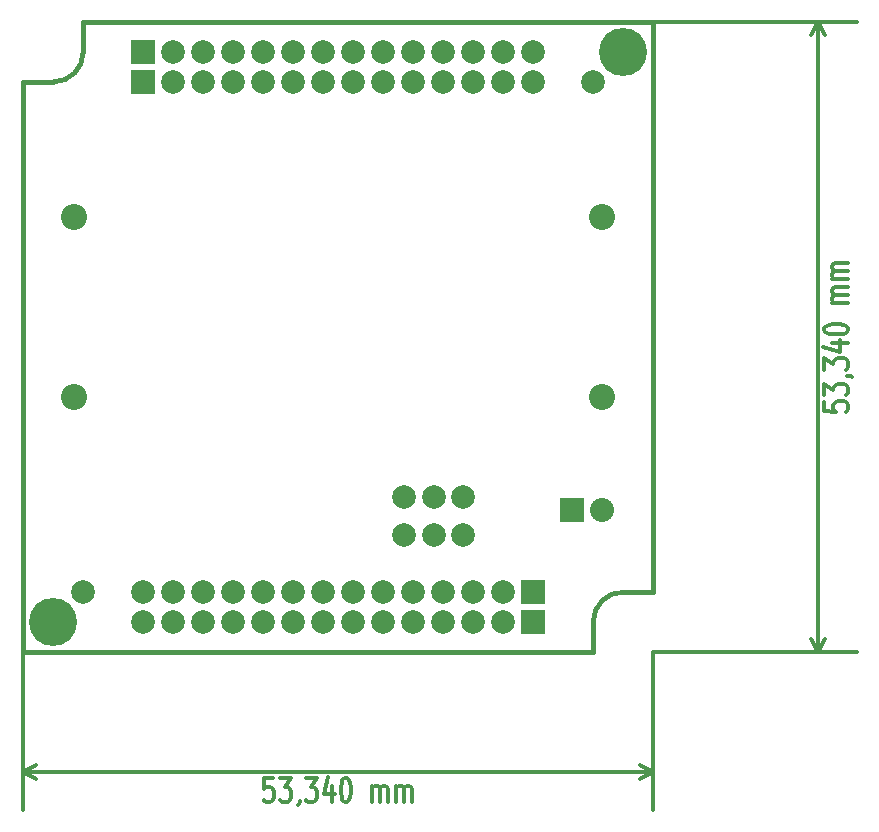
<source format=gts>
G04 (created by PCBNEW (2013-mar-13)-testing) date Thu 27 Jun 2013 11:50:03 AM CEST*
%MOIN*%
G04 Gerber Fmt 3.4, Leading zero omitted, Abs format*
%FSLAX34Y34*%
G01*
G70*
G90*
G04 APERTURE LIST*
%ADD10C,0.005906*%
%ADD11C,0.015000*%
%ADD12C,0.012000*%
%ADD13C,0.079100*%
%ADD14C,0.086929*%
%ADD15C,0.160000*%
%ADD16R,0.080000X0.080000*%
%ADD17C,0.080000*%
%ADD18C,0.078740*%
%ADD19R,0.079100X0.079100*%
G04 APERTURE END LIST*
G54D10*
G54D11*
X44000Y-47500D02*
X44000Y-66500D01*
X25000Y-47500D02*
X44000Y-47500D01*
X23000Y-68500D02*
X23000Y-49500D01*
X42000Y-68500D02*
X23000Y-68500D01*
X42000Y-67500D02*
X42000Y-68500D01*
X43000Y-66500D02*
X44000Y-66500D01*
X24000Y-49500D02*
X23000Y-49500D01*
X25000Y-48500D02*
X25000Y-47500D01*
X24000Y-49500D02*
G75*
G03X25000Y-48500I0J1000D01*
G74*
G01*
X43000Y-66500D02*
G75*
G03X42000Y-67500I0J-1000D01*
G74*
G01*
G54D12*
X31328Y-72700D02*
X31042Y-72700D01*
X31014Y-73081D01*
X31042Y-73043D01*
X31099Y-73005D01*
X31242Y-73005D01*
X31299Y-73043D01*
X31328Y-73081D01*
X31357Y-73158D01*
X31357Y-73348D01*
X31328Y-73424D01*
X31299Y-73462D01*
X31242Y-73500D01*
X31099Y-73500D01*
X31042Y-73462D01*
X31014Y-73424D01*
X31557Y-72700D02*
X31928Y-72700D01*
X31728Y-73005D01*
X31814Y-73005D01*
X31871Y-73043D01*
X31899Y-73081D01*
X31928Y-73158D01*
X31928Y-73348D01*
X31899Y-73424D01*
X31871Y-73462D01*
X31814Y-73500D01*
X31642Y-73500D01*
X31585Y-73462D01*
X31557Y-73424D01*
X32214Y-73462D02*
X32214Y-73500D01*
X32185Y-73577D01*
X32157Y-73615D01*
X32414Y-72700D02*
X32785Y-72700D01*
X32585Y-73005D01*
X32671Y-73005D01*
X32728Y-73043D01*
X32757Y-73081D01*
X32785Y-73158D01*
X32785Y-73348D01*
X32757Y-73424D01*
X32728Y-73462D01*
X32671Y-73500D01*
X32500Y-73500D01*
X32442Y-73462D01*
X32414Y-73424D01*
X33300Y-72967D02*
X33300Y-73500D01*
X33157Y-72662D02*
X33014Y-73234D01*
X33385Y-73234D01*
X33728Y-72700D02*
X33785Y-72700D01*
X33842Y-72739D01*
X33871Y-72777D01*
X33900Y-72853D01*
X33928Y-73005D01*
X33928Y-73196D01*
X33900Y-73348D01*
X33871Y-73424D01*
X33842Y-73462D01*
X33785Y-73500D01*
X33728Y-73500D01*
X33671Y-73462D01*
X33642Y-73424D01*
X33614Y-73348D01*
X33585Y-73196D01*
X33585Y-73005D01*
X33614Y-72853D01*
X33642Y-72777D01*
X33671Y-72739D01*
X33728Y-72700D01*
X34642Y-73500D02*
X34642Y-72967D01*
X34642Y-73043D02*
X34671Y-73005D01*
X34728Y-72967D01*
X34814Y-72967D01*
X34871Y-73005D01*
X34900Y-73081D01*
X34900Y-73500D01*
X34900Y-73081D02*
X34928Y-73005D01*
X34985Y-72967D01*
X35071Y-72967D01*
X35128Y-73005D01*
X35157Y-73081D01*
X35157Y-73500D01*
X35442Y-73500D02*
X35442Y-72967D01*
X35442Y-73043D02*
X35471Y-73005D01*
X35528Y-72967D01*
X35614Y-72967D01*
X35671Y-73005D01*
X35700Y-73081D01*
X35700Y-73500D01*
X35700Y-73081D02*
X35728Y-73005D01*
X35785Y-72967D01*
X35871Y-72967D01*
X35928Y-73005D01*
X35957Y-73081D01*
X35957Y-73500D01*
X23000Y-72499D02*
X44000Y-72499D01*
X23000Y-68500D02*
X23000Y-73779D01*
X44000Y-68500D02*
X44000Y-73779D01*
X44000Y-72499D02*
X43557Y-72729D01*
X44000Y-72499D02*
X43557Y-72269D01*
X23000Y-72499D02*
X23443Y-72729D01*
X23000Y-72499D02*
X23443Y-72269D01*
X49701Y-60171D02*
X49701Y-60457D01*
X50082Y-60485D01*
X50044Y-60457D01*
X50006Y-60400D01*
X50006Y-60257D01*
X50044Y-60200D01*
X50082Y-60171D01*
X50159Y-60142D01*
X50349Y-60142D01*
X50425Y-60171D01*
X50463Y-60200D01*
X50501Y-60257D01*
X50501Y-60400D01*
X50463Y-60457D01*
X50425Y-60485D01*
X49701Y-59942D02*
X49701Y-59571D01*
X50006Y-59771D01*
X50006Y-59685D01*
X50044Y-59628D01*
X50082Y-59600D01*
X50159Y-59571D01*
X50349Y-59571D01*
X50425Y-59600D01*
X50463Y-59628D01*
X50501Y-59685D01*
X50501Y-59857D01*
X50463Y-59914D01*
X50425Y-59942D01*
X50463Y-59285D02*
X50501Y-59285D01*
X50578Y-59314D01*
X50616Y-59342D01*
X49701Y-59085D02*
X49701Y-58714D01*
X50006Y-58914D01*
X50006Y-58828D01*
X50044Y-58771D01*
X50082Y-58742D01*
X50159Y-58714D01*
X50349Y-58714D01*
X50425Y-58742D01*
X50463Y-58771D01*
X50501Y-58828D01*
X50501Y-59000D01*
X50463Y-59057D01*
X50425Y-59085D01*
X49968Y-58200D02*
X50501Y-58200D01*
X49663Y-58342D02*
X50235Y-58485D01*
X50235Y-58114D01*
X49701Y-57771D02*
X49701Y-57714D01*
X49740Y-57657D01*
X49778Y-57628D01*
X49854Y-57600D01*
X50006Y-57571D01*
X50197Y-57571D01*
X50349Y-57600D01*
X50425Y-57628D01*
X50463Y-57657D01*
X50501Y-57714D01*
X50501Y-57771D01*
X50463Y-57828D01*
X50425Y-57857D01*
X50349Y-57885D01*
X50197Y-57914D01*
X50006Y-57914D01*
X49854Y-57885D01*
X49778Y-57857D01*
X49740Y-57828D01*
X49701Y-57771D01*
X50501Y-56857D02*
X49968Y-56857D01*
X50044Y-56857D02*
X50006Y-56828D01*
X49968Y-56771D01*
X49968Y-56685D01*
X50006Y-56628D01*
X50082Y-56599D01*
X50501Y-56599D01*
X50082Y-56599D02*
X50006Y-56571D01*
X49968Y-56514D01*
X49968Y-56428D01*
X50006Y-56371D01*
X50082Y-56342D01*
X50501Y-56342D01*
X50501Y-56057D02*
X49968Y-56057D01*
X50044Y-56057D02*
X50006Y-56028D01*
X49968Y-55971D01*
X49968Y-55885D01*
X50006Y-55828D01*
X50082Y-55799D01*
X50501Y-55799D01*
X50082Y-55799D02*
X50006Y-55771D01*
X49968Y-55714D01*
X49968Y-55628D01*
X50006Y-55571D01*
X50082Y-55542D01*
X50501Y-55542D01*
X49500Y-68500D02*
X49500Y-47500D01*
X44000Y-68500D02*
X50780Y-68500D01*
X44000Y-47500D02*
X50780Y-47500D01*
X49500Y-47500D02*
X49730Y-47943D01*
X49500Y-47500D02*
X49270Y-47943D01*
X49500Y-68500D02*
X49730Y-68057D01*
X49500Y-68500D02*
X49270Y-68057D01*
G54D13*
X36677Y-63338D03*
X35693Y-63338D03*
X37661Y-63338D03*
X37661Y-64598D03*
X36677Y-64598D03*
X35693Y-64598D03*
G54D14*
X24701Y-60000D03*
X42299Y-60000D03*
X42299Y-54000D03*
X24701Y-54000D03*
G54D15*
X43000Y-48500D03*
X24000Y-67500D03*
G54D16*
X41300Y-63760D03*
G54D17*
X42300Y-63760D03*
G54D18*
X25000Y-66500D03*
X42000Y-49500D03*
G54D13*
X40000Y-49500D03*
X39000Y-49500D03*
X38000Y-49500D03*
X37000Y-49500D03*
X36000Y-49500D03*
X35000Y-49500D03*
X34000Y-49500D03*
X33000Y-49500D03*
X32000Y-49500D03*
X31000Y-49500D03*
X30000Y-49500D03*
X29000Y-49500D03*
X28000Y-49500D03*
G54D19*
X27000Y-49500D03*
X27000Y-48500D03*
G54D13*
X28000Y-48500D03*
X29000Y-48500D03*
X30000Y-48500D03*
X31000Y-48500D03*
X32000Y-48500D03*
X33000Y-48500D03*
X34000Y-48500D03*
X35000Y-48500D03*
X36000Y-48500D03*
X37000Y-48500D03*
X38000Y-48500D03*
X39000Y-48500D03*
X40000Y-48500D03*
X27000Y-66500D03*
X28000Y-66500D03*
X29000Y-66500D03*
X30000Y-66500D03*
X31000Y-66500D03*
X32000Y-66500D03*
X33000Y-66500D03*
X34000Y-66500D03*
X35000Y-66500D03*
X36000Y-66500D03*
X37000Y-66500D03*
X38000Y-66500D03*
X39000Y-66500D03*
G54D19*
X40000Y-66500D03*
X40000Y-67500D03*
G54D13*
X39000Y-67500D03*
X38000Y-67500D03*
X37000Y-67500D03*
X36000Y-67500D03*
X35000Y-67500D03*
X34000Y-67500D03*
X33000Y-67500D03*
X32000Y-67500D03*
X31000Y-67500D03*
X30000Y-67500D03*
X29000Y-67500D03*
X28000Y-67500D03*
X27000Y-67500D03*
M02*

</source>
